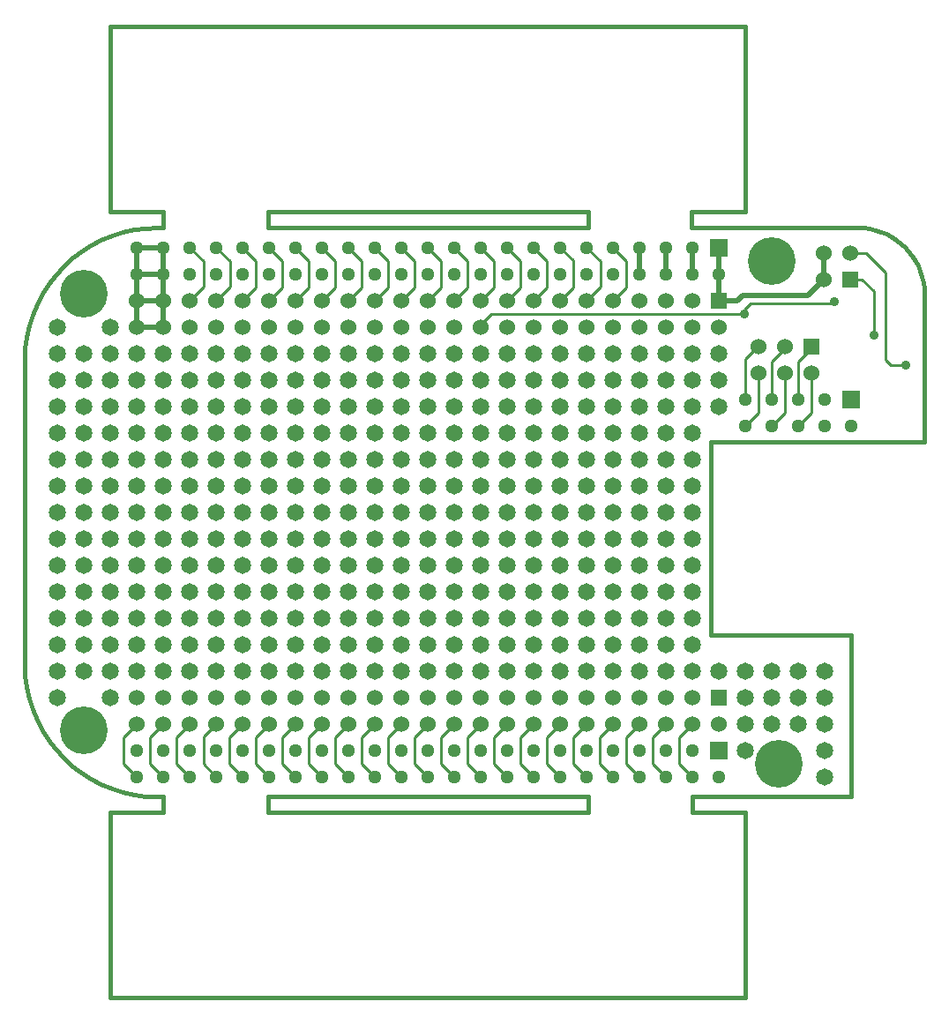
<source format=gbl>
G04 (created by PCBNEW-RS274X (2011-09-21 BZR 3143)-testing) date Wed 16 Nov 2011 12:17:37 AM EST*
G01*
G70*
G90*
%MOIN*%
G04 Gerber Fmt 3.4, Leading zero omitted, Abs format*
%FSLAX34Y34*%
G04 APERTURE LIST*
%ADD10C,0.006000*%
%ADD11C,0.015000*%
%ADD12R,0.060000X0.060000*%
%ADD13C,0.060000*%
%ADD14C,0.065000*%
%ADD15C,0.180000*%
%ADD16R,0.065000X0.065000*%
%ADD17C,0.051200*%
%ADD18C,0.035000*%
%ADD19C,0.010000*%
%ADD20C,0.020000*%
G04 APERTURE END LIST*
G54D10*
G54D11*
X21300Y00600D02*
X21300Y00000D01*
X09200Y00600D02*
X21300Y00600D01*
X09200Y00000D02*
X09200Y00600D01*
X21300Y00000D02*
X09200Y00000D01*
X09200Y-21500D02*
X09250Y-21500D01*
X09200Y-22100D02*
X09200Y-21500D01*
X21300Y-22100D02*
X09200Y-22100D01*
X21300Y-21500D02*
X21300Y-22100D01*
X09200Y-21500D02*
X21300Y-21500D01*
X31250Y-15400D02*
X25950Y-15400D01*
X31250Y-21500D02*
X28500Y-21500D01*
X31250Y-21500D02*
X31250Y-15450D01*
X05250Y00000D02*
X04900Y00000D01*
X05250Y00600D02*
X05250Y00000D01*
X03250Y00600D02*
X05250Y00600D01*
X25200Y00000D02*
X27250Y00000D01*
X25200Y00600D02*
X25200Y00000D01*
X27200Y00600D02*
X25200Y00600D01*
X27250Y-21500D02*
X25250Y-21500D01*
X27250Y-22100D02*
X27250Y-22150D01*
X25250Y-22100D02*
X27250Y-22100D01*
X25250Y-22100D02*
X25250Y-21500D01*
X05250Y-22100D02*
X05250Y-22050D01*
X03250Y-22100D02*
X05250Y-22100D01*
X05000Y-21500D02*
X05250Y-21500D01*
X05250Y-22100D02*
X05250Y-21500D01*
X27250Y-21500D02*
X28500Y-21500D01*
X27250Y-29100D02*
X27250Y-22100D01*
X03250Y-29100D02*
X27250Y-29100D01*
X03250Y-22100D02*
X03250Y-29100D01*
X03250Y07600D02*
X03250Y00600D01*
X27250Y07600D02*
X03250Y07600D01*
X27250Y00600D02*
X27250Y07600D01*
X27250Y00000D02*
X28500Y00000D01*
X25950Y-08100D02*
X25950Y-15400D01*
X34000Y-08100D02*
X25950Y-08100D01*
X34000Y-07900D02*
X34000Y-08100D01*
X28400Y00000D02*
X31500Y00000D01*
X00000Y-05000D02*
X00000Y-16500D01*
X34000Y-02500D02*
X34000Y-07950D01*
X34000Y-02500D02*
X33990Y-02283D01*
X33962Y-02066D01*
X33914Y-01853D01*
X33849Y-01645D01*
X33765Y-01444D01*
X33665Y-01251D01*
X33547Y-01067D01*
X33415Y-00894D01*
X33267Y-00733D01*
X33106Y-00585D01*
X32933Y-00453D01*
X32750Y-00335D01*
X32556Y-00235D01*
X32355Y-00151D01*
X32147Y-00086D01*
X31934Y-00038D01*
X31717Y-00010D01*
X31500Y00000D01*
X00000Y-16500D02*
X00020Y-16935D01*
X00076Y-17368D01*
X00171Y-17794D01*
X00302Y-18210D01*
X00469Y-18613D01*
X00670Y-18999D01*
X00905Y-19367D01*
X01170Y-19713D01*
X01465Y-20035D01*
X01787Y-20330D01*
X02133Y-20595D01*
X02501Y-20830D01*
X02887Y-21031D01*
X03290Y-21198D01*
X03706Y-21329D01*
X04132Y-21424D01*
X04565Y-21480D01*
X05000Y-21500D01*
X05000Y00000D02*
X04565Y-00020D01*
X04132Y-00076D01*
X03706Y-00171D01*
X03290Y-00302D01*
X02887Y-00469D01*
X02501Y-00670D01*
X02133Y-00905D01*
X01787Y-01170D01*
X01465Y-01465D01*
X01170Y-01787D01*
X00905Y-02133D01*
X00670Y-02501D01*
X00469Y-02887D01*
X00302Y-03290D01*
X00171Y-03706D01*
X00076Y-04132D01*
X00020Y-04565D01*
X00000Y-05000D01*
G54D12*
X26250Y-02750D03*
G54D13*
X26250Y-03750D03*
X21250Y-02750D03*
X25250Y-03750D03*
X20250Y-02750D03*
X24250Y-03750D03*
X19250Y-02750D03*
X23250Y-03750D03*
X18250Y-02750D03*
X22250Y-03750D03*
X17250Y-02750D03*
X21250Y-03750D03*
X16250Y-02750D03*
X20250Y-03750D03*
X15250Y-02750D03*
X19250Y-03750D03*
X14250Y-02750D03*
X18250Y-03750D03*
X13250Y-02750D03*
X17250Y-03750D03*
X12250Y-02750D03*
X16250Y-03750D03*
X11250Y-02750D03*
X15250Y-03750D03*
X14250Y-03750D03*
X10250Y-02750D03*
X13250Y-03750D03*
X11250Y-03750D03*
X10250Y-03750D03*
X09250Y-03750D03*
X08250Y-03750D03*
X09250Y-02750D03*
X08250Y-02750D03*
X25250Y-02750D03*
X24250Y-02750D03*
X23250Y-02750D03*
X22250Y-02750D03*
X07250Y-02750D03*
X07250Y-03750D03*
X12250Y-03750D03*
X06250Y-02750D03*
X06250Y-03750D03*
X05250Y-02750D03*
X05250Y-03750D03*
X04250Y-02750D03*
X04250Y-03750D03*
G54D14*
X26250Y-04750D03*
X26250Y-05750D03*
X26250Y-06750D03*
X29250Y-17750D03*
X30250Y-17750D03*
X30250Y-18750D03*
X09250Y-05750D03*
X09250Y-06750D03*
X09250Y-07750D03*
X09250Y-08750D03*
X09250Y-09750D03*
X09250Y-10750D03*
X09250Y-11750D03*
X09250Y-12750D03*
X09250Y-13750D03*
X09250Y-14750D03*
X08250Y-16750D03*
X09250Y-16750D03*
X10250Y-04750D03*
X10250Y-06750D03*
X10250Y-07750D03*
X10250Y-08750D03*
X10250Y-09750D03*
X10250Y-10750D03*
X10250Y-11750D03*
X10250Y-12750D03*
X08250Y-05750D03*
X07250Y-07750D03*
X07250Y-08750D03*
X07250Y-09750D03*
X07250Y-10750D03*
X07250Y-11750D03*
X07250Y-12750D03*
X07250Y-13750D03*
X07250Y-14750D03*
X07250Y-15750D03*
X07250Y-16750D03*
X07250Y-06750D03*
X08250Y-06750D03*
X08250Y-07750D03*
X08250Y-08750D03*
X08250Y-09750D03*
X08250Y-10750D03*
X08250Y-11750D03*
X08250Y-12750D03*
X08250Y-13750D03*
X08250Y-14750D03*
X08250Y-15750D03*
X09250Y-15750D03*
X12250Y-10750D03*
X12250Y-11750D03*
X12250Y-12750D03*
X12250Y-13750D03*
X12250Y-14750D03*
X12250Y-15750D03*
X12250Y-16750D03*
X13250Y-04750D03*
X13250Y-05750D03*
X13250Y-06750D03*
X12250Y-09750D03*
X13250Y-08750D03*
X13250Y-09750D03*
X13250Y-10750D03*
X13250Y-12750D03*
X13250Y-11750D03*
X10250Y-05750D03*
X13250Y-13750D03*
X13250Y-14750D03*
X13250Y-15750D03*
X11250Y-11750D03*
X10250Y-14750D03*
X10250Y-15750D03*
X10250Y-16750D03*
X11250Y-04750D03*
X11250Y-05750D03*
X11250Y-06750D03*
X11250Y-07750D03*
X11250Y-08750D03*
X11250Y-09750D03*
X11250Y-10750D03*
X10250Y-13750D03*
X11250Y-12750D03*
X11250Y-13750D03*
X11250Y-14750D03*
X11250Y-15750D03*
X11250Y-16750D03*
X12250Y-04750D03*
X12250Y-05750D03*
X12250Y-06750D03*
X12250Y-07750D03*
X05250Y-10750D03*
X13250Y-07750D03*
X02250Y-07750D03*
X02250Y-08750D03*
X02250Y-09750D03*
X02250Y-10750D03*
X02250Y-11750D03*
X02250Y-12750D03*
X02250Y-13750D03*
X02250Y-14750D03*
X02250Y-15750D03*
X02250Y-16750D03*
X02250Y-06750D03*
X03250Y-06750D03*
X03250Y-07750D03*
X03250Y-08750D03*
X03250Y-09750D03*
X03250Y-10750D03*
X03250Y-11750D03*
X03250Y-12750D03*
X03250Y-13750D03*
X03250Y-14750D03*
X01250Y-09750D03*
X05250Y-04750D03*
X06250Y-04750D03*
X07250Y-04750D03*
X08250Y-04750D03*
X09250Y-04750D03*
X03250Y-03750D03*
X01250Y-04750D03*
X01250Y-05750D03*
X01250Y-06750D03*
X01250Y-07750D03*
X01250Y-08750D03*
X04250Y-04750D03*
X01250Y-10750D03*
X01250Y-11750D03*
X01250Y-12750D03*
X01250Y-13750D03*
X01250Y-14750D03*
X01250Y-15750D03*
X01250Y-16750D03*
X01250Y-17750D03*
X02250Y-05750D03*
X06250Y-08750D03*
X03250Y-05750D03*
X05250Y-11750D03*
X05250Y-12750D03*
X05250Y-13750D03*
X05250Y-14750D03*
X05250Y-15750D03*
X05250Y-16750D03*
X06250Y-05750D03*
X06250Y-06750D03*
X06250Y-07750D03*
X05250Y-09750D03*
X06250Y-09750D03*
X06250Y-10750D03*
X06250Y-11750D03*
X06250Y-12750D03*
X06250Y-13750D03*
X06250Y-14750D03*
X06250Y-15750D03*
X06250Y-16750D03*
X07250Y-05750D03*
X04250Y-10750D03*
X03250Y-16750D03*
X03250Y-17750D03*
X04250Y-05750D03*
X01250Y-03750D03*
X04250Y-06750D03*
X04250Y-07750D03*
X04250Y-08750D03*
X02250Y-04750D03*
X03250Y-04750D03*
X04250Y-09750D03*
X03250Y-15750D03*
X04250Y-11750D03*
X04250Y-12750D03*
X04250Y-13750D03*
X04250Y-14750D03*
X04250Y-15750D03*
X04250Y-16750D03*
X05250Y-05750D03*
X05250Y-06750D03*
X05250Y-07750D03*
X05250Y-08750D03*
X12250Y-08750D03*
X27250Y-18750D03*
X27250Y-17750D03*
X25250Y-15750D03*
X25250Y-14750D03*
X25250Y-11750D03*
X25250Y-10750D03*
X25250Y-07750D03*
X25250Y-05750D03*
X25250Y-04750D03*
X24250Y-14750D03*
X28250Y-18750D03*
X24250Y-10750D03*
X19250Y-14750D03*
X24250Y-07750D03*
X24250Y-05750D03*
X23250Y-16750D03*
X23250Y-14750D03*
X23250Y-13750D03*
X23250Y-12750D03*
X23250Y-11750D03*
X21250Y-12750D03*
X20250Y-15750D03*
X20250Y-16750D03*
X21250Y-04750D03*
X21250Y-05750D03*
X21250Y-06750D03*
X21250Y-07750D03*
X21250Y-08750D03*
X21250Y-09750D03*
X21250Y-10750D03*
X21250Y-11750D03*
X20250Y-14750D03*
X21250Y-13750D03*
X21250Y-14750D03*
X21250Y-15750D03*
X21250Y-16750D03*
X22250Y-04750D03*
X30250Y-16750D03*
X28250Y-16750D03*
X30250Y-20750D03*
X28250Y-17750D03*
X24250Y-13750D03*
X30250Y-19750D03*
X29250Y-18750D03*
X27250Y-19750D03*
X27250Y-16750D03*
X26250Y-16750D03*
X25250Y-16750D03*
X25250Y-13750D03*
X25250Y-12750D03*
X25250Y-09750D03*
X25250Y-08750D03*
X29250Y-16750D03*
X24250Y-16750D03*
X24250Y-15750D03*
X24250Y-12750D03*
X24250Y-11750D03*
X24250Y-09750D03*
X24250Y-08750D03*
X24250Y-06750D03*
X24250Y-04750D03*
X23250Y-15750D03*
X22250Y-13750D03*
X23250Y-09750D03*
X20250Y-12750D03*
X23250Y-08750D03*
X23250Y-07750D03*
X23250Y-06750D03*
X23250Y-05750D03*
X23250Y-04750D03*
X22250Y-16750D03*
X22250Y-15750D03*
X22250Y-14750D03*
X23250Y-10750D03*
X22250Y-12750D03*
X22250Y-11750D03*
X22250Y-10750D03*
X22250Y-09750D03*
X22250Y-08750D03*
X22250Y-07750D03*
X22250Y-06750D03*
X22250Y-05750D03*
X19250Y-16750D03*
X15250Y-13750D03*
X15250Y-14750D03*
X15250Y-15750D03*
X15250Y-16750D03*
X16250Y-04750D03*
X16250Y-05750D03*
X16250Y-06750D03*
X16250Y-07750D03*
X16250Y-08750D03*
X16250Y-09750D03*
X15250Y-12750D03*
X16250Y-11750D03*
X16250Y-12750D03*
X16250Y-13750D03*
X16250Y-14750D03*
X16250Y-15750D03*
X16250Y-16750D03*
X17250Y-04750D03*
X17250Y-05750D03*
X17250Y-06750D03*
X17250Y-07750D03*
X14250Y-14750D03*
X14250Y-04750D03*
X14250Y-05750D03*
X14250Y-06750D03*
X14250Y-07750D03*
X14250Y-08750D03*
X14250Y-09750D03*
X14250Y-10750D03*
X14250Y-11750D03*
X14250Y-12750D03*
X14250Y-13750D03*
X13250Y-16750D03*
X14250Y-15750D03*
X14250Y-16750D03*
X15250Y-04750D03*
X15250Y-05750D03*
X15250Y-06750D03*
X15250Y-07750D03*
X15250Y-08750D03*
X15250Y-09750D03*
X15250Y-10750D03*
X15250Y-11750D03*
X16250Y-10750D03*
X19250Y-05750D03*
X19250Y-06750D03*
X19250Y-07750D03*
X19250Y-08750D03*
X19250Y-09750D03*
X19250Y-10750D03*
X19250Y-11750D03*
X19250Y-12750D03*
X19250Y-13750D03*
X19250Y-15750D03*
X19250Y-04750D03*
X20250Y-04750D03*
X20250Y-05750D03*
X20250Y-06750D03*
X20250Y-07750D03*
X20250Y-08750D03*
X20250Y-09750D03*
X20250Y-10750D03*
X20250Y-11750D03*
X20250Y-13750D03*
X18250Y-06750D03*
X17250Y-09750D03*
X17250Y-10750D03*
X17250Y-11750D03*
X17250Y-12750D03*
X17250Y-13750D03*
X17250Y-14750D03*
X17250Y-15750D03*
X17250Y-16750D03*
X18250Y-04750D03*
X18250Y-05750D03*
X17250Y-08750D03*
X18250Y-07750D03*
X18250Y-08750D03*
X18250Y-09750D03*
X18250Y-10750D03*
X18250Y-11750D03*
X18250Y-12750D03*
X18250Y-13750D03*
X18250Y-14750D03*
X18250Y-15750D03*
X18250Y-16750D03*
X25250Y-06750D03*
G54D12*
X26250Y-17750D03*
G54D13*
X26250Y-18750D03*
X21250Y-17750D03*
X25250Y-18750D03*
X20250Y-17750D03*
X24250Y-18750D03*
X19250Y-17750D03*
X23250Y-18750D03*
X18250Y-17750D03*
X22250Y-18750D03*
X17250Y-17750D03*
X21250Y-18750D03*
X16250Y-17750D03*
X20250Y-18750D03*
X15250Y-17750D03*
X19250Y-18750D03*
X14250Y-17750D03*
X18250Y-18750D03*
X13250Y-17750D03*
X17250Y-18750D03*
X12250Y-17750D03*
X16250Y-18750D03*
X11250Y-17750D03*
X15250Y-18750D03*
X14250Y-18750D03*
X10250Y-17750D03*
X13250Y-18750D03*
X11250Y-18750D03*
X10250Y-18750D03*
X09250Y-18750D03*
X08250Y-18750D03*
X09250Y-17750D03*
X08250Y-17750D03*
X25250Y-17750D03*
X24250Y-17750D03*
X23250Y-17750D03*
X22250Y-17750D03*
X07250Y-17750D03*
X07250Y-18750D03*
X12250Y-18750D03*
X06250Y-17750D03*
X06250Y-18750D03*
X05250Y-17750D03*
X05250Y-18750D03*
X04250Y-17750D03*
X04250Y-18750D03*
G54D12*
X29750Y-04500D03*
G54D13*
X29750Y-05500D03*
X28750Y-04500D03*
X28750Y-05500D03*
X27750Y-04500D03*
X27750Y-05500D03*
G54D12*
X31200Y-01950D03*
G54D13*
X30200Y-01950D03*
X31200Y-00950D03*
X30200Y-00950D03*
G54D15*
X02250Y-02500D03*
X28250Y-01250D03*
X28500Y-20250D03*
X02250Y-19000D03*
G54D16*
X26250Y-00750D03*
G54D17*
X26250Y-01750D03*
X25250Y-00750D03*
X25250Y-01750D03*
X24250Y-00750D03*
X24250Y-01750D03*
X23250Y-00750D03*
X23250Y-01750D03*
X22250Y-00750D03*
X22250Y-01750D03*
X21250Y-00750D03*
X21250Y-01750D03*
X20250Y-00750D03*
X20250Y-01750D03*
X19250Y-00750D03*
X19250Y-01750D03*
X18250Y-00750D03*
X18250Y-01750D03*
X17250Y-00750D03*
X17250Y-01750D03*
X16250Y-00750D03*
X16250Y-01750D03*
X15250Y-00750D03*
X15250Y-01750D03*
X14250Y-00750D03*
X14250Y-01750D03*
X13250Y-00750D03*
X13250Y-01750D03*
X12250Y-00750D03*
X12250Y-01750D03*
X11250Y-00750D03*
X11250Y-01750D03*
X10250Y-00750D03*
X10250Y-01750D03*
X09250Y-00750D03*
X09250Y-01750D03*
X08250Y-00750D03*
X08250Y-01750D03*
X07250Y-00750D03*
X07250Y-01750D03*
X06250Y-00750D03*
X06250Y-01750D03*
X05250Y-00750D03*
X05250Y-01750D03*
X04250Y-00750D03*
X04250Y-01750D03*
G54D16*
X26250Y-19750D03*
G54D17*
X26250Y-20750D03*
X25250Y-19750D03*
X25250Y-20750D03*
X24250Y-19750D03*
X24250Y-20750D03*
X23250Y-19750D03*
X23250Y-20750D03*
X22250Y-19750D03*
X22250Y-20750D03*
X21250Y-19750D03*
X21250Y-20750D03*
X20250Y-19750D03*
X20250Y-20750D03*
X19250Y-19750D03*
X19250Y-20750D03*
X18250Y-19750D03*
X18250Y-20750D03*
X17250Y-19750D03*
X17250Y-20750D03*
X16250Y-19750D03*
X16250Y-20750D03*
X15250Y-19750D03*
X15250Y-20750D03*
X14250Y-19750D03*
X14250Y-20750D03*
X13250Y-19750D03*
X13250Y-20750D03*
X12250Y-19750D03*
X12250Y-20750D03*
X11250Y-19750D03*
X11250Y-20750D03*
X10250Y-19750D03*
X10250Y-20750D03*
X09250Y-19750D03*
X09250Y-20750D03*
X08250Y-19750D03*
X08250Y-20750D03*
X07250Y-19750D03*
X07250Y-20750D03*
X06250Y-19750D03*
X06250Y-20750D03*
X05250Y-19750D03*
X05250Y-20750D03*
X04250Y-19750D03*
X04250Y-20750D03*
G54D16*
X31250Y-06500D03*
G54D17*
X31250Y-07500D03*
X30250Y-06500D03*
X30250Y-07500D03*
X29250Y-06500D03*
X29250Y-07500D03*
X28250Y-06500D03*
X28250Y-07500D03*
X27250Y-06500D03*
X27250Y-07500D03*
G54D18*
X33300Y-05200D03*
X32100Y-04050D03*
X30600Y-02800D03*
X27200Y-03250D03*
G54D19*
X28750Y-05500D02*
X28750Y-07000D01*
X28750Y-07000D02*
X28250Y-07500D01*
X29750Y-05500D02*
X29750Y-07000D01*
X29750Y-07000D02*
X29250Y-07500D01*
X29750Y-04500D02*
X29750Y-04550D01*
X29250Y-05050D02*
X29250Y-06500D01*
X29750Y-04550D02*
X29250Y-05050D01*
X28750Y-04500D02*
X28750Y-04550D01*
X28250Y-05050D02*
X28250Y-06500D01*
X28750Y-04550D02*
X28250Y-05050D01*
X27750Y-04500D02*
X27700Y-04500D01*
X27250Y-04950D02*
X27250Y-06500D01*
X27700Y-04500D02*
X27250Y-04950D01*
X27750Y-05500D02*
X27750Y-07000D01*
X27750Y-07000D02*
X27250Y-07500D01*
X20250Y-18750D02*
X19750Y-19250D01*
X19750Y-20250D02*
X20250Y-20750D01*
X19750Y-19250D02*
X19750Y-20250D01*
X15250Y-18750D02*
X14750Y-19250D01*
X14750Y-20250D02*
X15250Y-20750D01*
X14750Y-19250D02*
X14750Y-20250D01*
X21250Y-18750D02*
X20750Y-19250D01*
X20750Y-20250D02*
X21250Y-20750D01*
X20750Y-19250D02*
X20750Y-20250D01*
X19250Y-18750D02*
X18750Y-19250D01*
X18750Y-20250D02*
X19250Y-20750D01*
X18750Y-19250D02*
X18750Y-20250D01*
X14250Y-18750D02*
X13750Y-19250D01*
X13750Y-20250D02*
X14250Y-20750D01*
X13750Y-19250D02*
X13750Y-20250D01*
X24250Y-18750D02*
X23750Y-19250D01*
X23750Y-20250D02*
X24250Y-20750D01*
X23750Y-19250D02*
X23750Y-20250D01*
X17250Y-18750D02*
X16750Y-19250D01*
X16750Y-20250D02*
X17250Y-20750D01*
X16750Y-19250D02*
X16750Y-20250D01*
X16250Y-18750D02*
X15750Y-19250D01*
X15750Y-20250D02*
X16250Y-20750D01*
X15750Y-19250D02*
X15750Y-20250D01*
X25250Y-18750D02*
X24750Y-19250D01*
X24750Y-20250D02*
X25250Y-20750D01*
X24750Y-19250D02*
X24750Y-20250D01*
X18250Y-18750D02*
X17750Y-19250D01*
X17750Y-20250D02*
X18250Y-20750D01*
X17750Y-19250D02*
X17750Y-20250D01*
X06250Y-18750D02*
X05750Y-19250D01*
X05750Y-20250D02*
X06250Y-20750D01*
X05750Y-19250D02*
X05750Y-20250D01*
X07250Y-18750D02*
X06775Y-19225D01*
X06775Y-20275D02*
X07250Y-20750D01*
X06775Y-19225D02*
X06775Y-20275D01*
X13250Y-18750D02*
X12750Y-19250D01*
X12750Y-20250D02*
X13250Y-20750D01*
X12750Y-19250D02*
X12750Y-20250D01*
X12250Y-18750D02*
X11750Y-19250D01*
X11750Y-20250D02*
X12250Y-20750D01*
X11750Y-19250D02*
X11750Y-20250D01*
X04250Y-18750D02*
X03750Y-19250D01*
X03750Y-20250D02*
X04250Y-20750D01*
X03750Y-19250D02*
X03750Y-20250D01*
X05250Y-18750D02*
X04750Y-19250D01*
X04750Y-20250D02*
X05250Y-20750D01*
X04750Y-19250D02*
X04750Y-20250D01*
X22250Y-18750D02*
X21750Y-19250D01*
X21750Y-20250D02*
X22250Y-20750D01*
X21750Y-19250D02*
X21750Y-20250D01*
X23250Y-18750D02*
X22750Y-19250D01*
X22750Y-20250D02*
X23250Y-20750D01*
X22750Y-19250D02*
X22750Y-20250D01*
X09250Y-18750D02*
X08750Y-19250D01*
X08750Y-20250D02*
X09250Y-20750D01*
X08750Y-19250D02*
X08750Y-20250D01*
X10250Y-18750D02*
X09750Y-19250D01*
X09750Y-20250D02*
X10250Y-20750D01*
X09750Y-19250D02*
X09750Y-20250D01*
X11250Y-18750D02*
X10750Y-19250D01*
X10750Y-20250D02*
X11250Y-20750D01*
X10750Y-19250D02*
X10750Y-20250D01*
X08250Y-18750D02*
X07750Y-19250D01*
X07750Y-20250D02*
X08250Y-20750D01*
X07750Y-19250D02*
X07750Y-20250D01*
X31800Y-00950D02*
X31200Y-00950D01*
X32550Y-01700D02*
X31800Y-00950D01*
X32550Y-05000D02*
X32550Y-01700D01*
X32750Y-05200D02*
X32550Y-05000D01*
X33300Y-05200D02*
X32750Y-05200D01*
X31200Y-01950D02*
X31650Y-01950D01*
X32100Y-02400D02*
X32100Y-04050D01*
X31650Y-01950D02*
X32100Y-02400D01*
X07250Y-00750D02*
X07775Y-01275D01*
X07775Y-02225D02*
X07250Y-02750D01*
X07775Y-01275D02*
X07775Y-02225D01*
X08250Y-00750D02*
X08750Y-01250D01*
X08750Y-02250D02*
X08250Y-02750D01*
X08750Y-01250D02*
X08750Y-02250D01*
X10250Y-00750D02*
X10750Y-01250D01*
X10750Y-02250D02*
X10250Y-02750D01*
X10750Y-01250D02*
X10750Y-02250D01*
X09250Y-00750D02*
X09750Y-01250D01*
X09750Y-02250D02*
X09250Y-02750D01*
X09750Y-01250D02*
X09750Y-02250D01*
X06250Y-00750D02*
X06775Y-01275D01*
X06775Y-02225D02*
X06250Y-02750D01*
X06775Y-01275D02*
X06775Y-02225D01*
G54D20*
X04250Y-00750D02*
X05250Y-00750D01*
X04250Y-02750D02*
X05250Y-02750D01*
X04250Y-03750D02*
X05250Y-03750D01*
X04250Y-01750D02*
X05250Y-01750D01*
X04250Y-00750D02*
X04250Y-01750D01*
X04250Y-01750D02*
X04250Y-02750D01*
X04250Y-02750D02*
X04250Y-03750D01*
X05250Y-00750D02*
X05250Y-01750D01*
X05250Y-01750D02*
X05250Y-02750D01*
X05250Y-02750D02*
X05250Y-03750D01*
G54D19*
X19250Y-00750D02*
X19750Y-01250D01*
X19750Y-02250D02*
X19250Y-02750D01*
X19750Y-01250D02*
X19750Y-02250D01*
X15250Y-00750D02*
X15750Y-01250D01*
X15750Y-02250D02*
X15250Y-02750D01*
X15750Y-01250D02*
X15750Y-02250D01*
X13250Y-00750D02*
X13750Y-01250D01*
X13750Y-02250D02*
X13250Y-02750D01*
X13750Y-01250D02*
X13750Y-02250D01*
X14250Y-00750D02*
X14750Y-01250D01*
X14750Y-02250D02*
X14250Y-02750D01*
X14750Y-01250D02*
X14750Y-02250D01*
X18250Y-00750D02*
X18750Y-01250D01*
X18750Y-02250D02*
X18250Y-02750D01*
X18750Y-01250D02*
X18750Y-02250D01*
X17250Y-00750D02*
X17750Y-01250D01*
X17750Y-02250D02*
X17250Y-02750D01*
X17750Y-01250D02*
X17750Y-02250D01*
X27200Y-03250D02*
X27200Y-03100D01*
X30550Y-02850D02*
X30600Y-02800D01*
X27450Y-02850D02*
X30550Y-02850D01*
X27200Y-03100D02*
X27450Y-02850D01*
X17250Y-03750D02*
X17250Y-03650D01*
X17650Y-03250D02*
X27200Y-03250D01*
X17250Y-03650D02*
X17650Y-03250D01*
X22250Y-00750D02*
X22750Y-01250D01*
X22750Y-02250D02*
X22250Y-02750D01*
X22750Y-01250D02*
X22750Y-02250D01*
X12250Y-00750D02*
X12750Y-01250D01*
X12750Y-02250D02*
X12250Y-02750D01*
X12750Y-01250D02*
X12750Y-02250D01*
X11250Y-00750D02*
X11750Y-01250D01*
X11750Y-02250D02*
X11250Y-02750D01*
X11750Y-01250D02*
X11750Y-02250D01*
G54D20*
X23250Y-01750D02*
X23250Y-00750D01*
G54D19*
X16250Y-00750D02*
X16750Y-01250D01*
X16750Y-02250D02*
X16250Y-02750D01*
X16750Y-01250D02*
X16750Y-02250D01*
X21250Y-00750D02*
X21775Y-01275D01*
X21775Y-02225D02*
X21250Y-02750D01*
X21775Y-01275D02*
X21775Y-02225D01*
X20250Y-00750D02*
X20725Y-01225D01*
X20725Y-02275D02*
X20250Y-02750D01*
X20725Y-01225D02*
X20725Y-02275D01*
G54D20*
X25250Y-01750D02*
X25250Y-00750D01*
X24250Y-01750D02*
X24250Y-00750D01*
X26250Y-02750D02*
X26950Y-02750D01*
X29600Y-02550D02*
X30200Y-01950D01*
X27150Y-02550D02*
X29600Y-02550D01*
X26950Y-02750D02*
X27150Y-02550D01*
X30200Y-00950D02*
X30200Y-01950D01*
X26250Y-02750D02*
X26250Y-01750D01*
X26250Y-01750D02*
X26250Y-00750D01*
M02*

</source>
